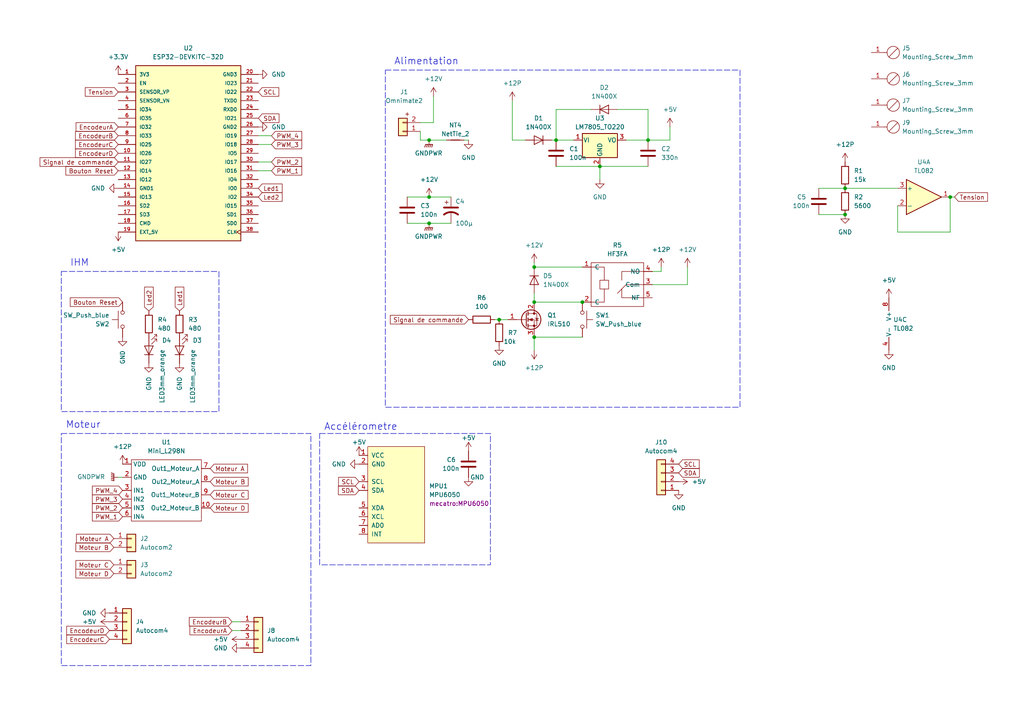
<source format=kicad_sch>
(kicad_sch (version 20230121) (generator eeschema)
  (paper "A4")
  (lib_symbols
    (symbol "LibRelais:HF3FA" (pin_names (offset 1.016))
      (property "Reference" "R" (at 0 0 0))
      (property "Value" "HF3FA" (at 0 2.54 0))
      (symbol "HF3FA_0_1"
        (rectangle (start -7.62 -1.27) (end 7.62 -13.97))
        (rectangle (start -5.08 -6.35) (end -2.54 -8.89))
        (polyline (pts (xy -7.62 -2.54) (xy -3.81 -2.54) (xy -3.81 -6.35)))
        (polyline (pts (xy -3.81 -8.89) (xy -3.81 -12.7) (xy -7.62 -12.7)))
        (polyline (pts (xy 7.62 -11.43) (xy 1.27 -11.43) (xy 1.27 -8.89)))
        (polyline (pts (xy 7.62 -7.62) (xy 2.54 -7.62) (xy 0 -10.16)))
        (polyline (pts (xy 7.62 -3.81) (xy 1.27 -3.81) (xy 1.27 -6.35)))
      )
      (symbol "HF3FA_1_1"
        (pin unspecified line (at -10.16 -2.54 0) (length 2.54) (name "C") (number "1"))
        (pin unspecified line (at -10.16 -12.7 0) (length 2.54) (name "C") (number "2"))
        (pin unspecified line (at 10.16 -7.62 180) (length 2.54) (name "Com") (number "3"))
        (pin unspecified line (at 10.16 -3.81 180) (length 2.54) (name "NO") (number "4"))
        (pin unspecified line (at 10.16 -11.43 180) (length 2.54) (name "NF") (number "5"))
      )
    )
    (symbol "Mini_L298N:Mini_L298N"
      (property "Reference" "U" (at 0 -2.54 0))
      (property "Value" "Mini_L298N" (at 0 0 0))
      (symbol "Mini_L298N_0_1"
        (rectangle (start -8.89 -3.81) (end 11.43 -21.59))
      )
      (symbol "Mini_L298N_1_1"
        (pin power_in line (at -11.43 -5.08 0) (length 2.54) (name "VDD") (number "1"))
        (pin output line (at 13.97 -17.78 180) (length 2.54) (name "Out2_Moteur_B") (number "10"))
        (pin power_in line (at -11.43 -8.89 0) (length 2.54) (name "GND") (number "2"))
        (pin input line (at -11.43 -12.7 0) (length 2.54) (name "IN1") (number "3"))
        (pin input line (at -11.43 -15.24 0) (length 2.54) (name "IN2") (number "4"))
        (pin input line (at -11.43 -17.78 0) (length 2.54) (name "IN3") (number "5"))
        (pin input line (at -11.43 -20.32 0) (length 2.54) (name "IN4") (number "6"))
        (pin output line (at 13.97 -6.35 180) (length 2.54) (name "Out1_Moteur_A") (number "7"))
        (pin output line (at 13.97 -10.16 180) (length 2.54) (name "Out2_Moteur_A") (number "8"))
        (pin output line (at 13.97 -13.97 180) (length 2.54) (name "Out1_Moteur_B") (number "9"))
      )
    )
    (symbol "SymbGamelGe2_v6:1N400X" (pin_numbers hide) (pin_names (offset 1.016) hide)
      (property "Reference" "D" (at 0 2.54 0))
      (property "Value" "1N400X" (at 0 -2.54 0))
      (symbol "1N400X_0_1"
        (polyline (pts (xy -1.27 1.27) (xy -1.27 -1.27)) (stroke (width 0.2032)))
        (polyline (pts (xy 1.27 0) (xy -1.27 0)))
        (polyline (pts (xy 1.27 1.27) (xy 1.27 -1.27) (xy -1.27 0) (xy 1.27 1.27)) (stroke (width 0.2032)))
      )
      (symbol "1N400X_1_1"
        (pin passive line (at -3.81 0 0) (length 2.54) (name "K") (number "1"))
        (pin passive line (at 3.81 0 180) (length 2.54) (name "A") (number "2"))
      )
    )
    (symbol "SymbGamelGe2_v6:Autocom2" (pin_names (offset 1.016) hide)
      (property "Reference" "J" (at 0 2.54 0))
      (property "Value" "Autocom2" (at 0 -5.08 0))
      (symbol "Autocom2_1_1"
        (rectangle (start -1.27 -2.413) (end 0 -2.667) (stroke (width 0.1524)))
        (rectangle (start -1.27 0.127) (end 0 -0.127) (stroke (width 0.1524)))
        (rectangle (start -1.27 1.27) (end 1.27 -3.81) (stroke (width 0.254)) (fill (type background)))
        (pin passive line (at -5.08 0 0) (length 3.81) (name "Pin_1") (number "1"))
        (pin passive line (at -5.08 -2.54 0) (length 3.81) (name "Pin_2") (number "2"))
      )
    )
    (symbol "SymbGamelGe2_v6:Autocom4" (pin_names (offset 1.016) hide)
      (property "Reference" "J" (at 0 5.08 0))
      (property "Value" "Autocom4" (at 0 -7.62 0))
      (symbol "Autocom4_1_1"
        (rectangle (start -1.27 -4.953) (end 0 -5.207) (stroke (width 0.1524)))
        (rectangle (start -1.27 -2.413) (end 0 -2.667) (stroke (width 0.1524)))
        (rectangle (start -1.27 0.127) (end 0 -0.127) (stroke (width 0.1524)))
        (rectangle (start -1.27 2.667) (end 0 2.413) (stroke (width 0.1524)))
        (rectangle (start -1.27 3.81) (end 1.27 -6.35) (stroke (width 0.254)) (fill (type background)))
        (pin passive line (at -5.08 2.54 0) (length 3.81) (name "Pin_1") (number "1"))
        (pin passive line (at -5.08 0 0) (length 3.81) (name "Pin_2") (number "2"))
        (pin passive line (at -5.08 -2.54 0) (length 3.81) (name "Pin_3") (number "3"))
        (pin passive line (at -5.08 -5.08 0) (length 3.81) (name "Pin_4") (number "4"))
      )
    )
    (symbol "SymbGamelGe2_v6:C" (pin_numbers hide) (pin_names (offset 0.254))
      (property "Reference" "C" (at 0.635 2.54 0))
      (property "Value" "C" (at 0.635 -2.54 0))
      (symbol "C_0_1"
        (polyline (pts (xy -2.032 -0.762) (xy 2.032 -0.762)) (stroke (width 0.508)))
        (polyline (pts (xy -2.032 0.762) (xy 2.032 0.762)) (stroke (width 0.508)))
      )
      (symbol "C_1_1"
        (pin passive line (at 0 3.81 270) (length 2.794) (name "~") (number "1"))
        (pin passive line (at 0 -3.81 90) (length 2.794) (name "~") (number "2"))
      )
    )
    (symbol "SymbGamelGe2_v6:Cp" (pin_numbers hide) (pin_names (offset 0.254) hide)
      (property "Reference" "C" (at 0.635 2.54 0))
      (property "Value" "Cp" (at 0.635 -2.54 0))
      (symbol "Cp_0_1"
        (polyline (pts (xy -2.032 0.762) (xy 2.032 0.762)) (stroke (width 0.508)))
        (polyline (pts (xy -1.778 2.286) (xy -0.762 2.286)))
        (polyline (pts (xy -1.27 1.778) (xy -1.27 2.794)))
        (arc (start 2.032 -1.27) (mid 0 -0.5572) (end -2.032 -1.27) (stroke (width 0.508)))
      )
      (symbol "Cp_1_1"
        (pin passive line (at 0 3.81 270) (length 2.794) (name "~") (number "1"))
        (pin passive line (at 0 -3.81 90) (length 3.302) (name "~") (number "2"))
      )
    )
    (symbol "SymbGamelGe2_v6:IRL510" (pin_names (offset 0) hide)
      (property "Reference" "Q" (at 6.35 1.905 0))
      (property "Value" "IRL510" (at 6.35 0 0))
      (symbol "IRL510_0_1"
        (polyline (pts (xy 0.254 0) (xy -2.54 0)))
        (polyline (pts (xy 0.762 -1.778) (xy 2.54 -1.778)))
        (polyline (pts (xy 0.762 -1.27) (xy 0.762 -2.286)) (stroke (width 0.254)))
        (polyline (pts (xy 0.762 0) (xy 2.54 0)))
        (polyline (pts (xy 0.762 0.508) (xy 0.762 -0.508)) (stroke (width 0.254)))
        (polyline (pts (xy 0.762 1.778) (xy 2.54 1.778)))
        (polyline (pts (xy 0.762 2.286) (xy 0.762 1.27)) (stroke (width 0.254)))
        (polyline (pts (xy 2.54 -1.778) (xy 2.54 -2.54)))
        (polyline (pts (xy 2.54 -1.778) (xy 2.54 0)))
        (polyline (pts (xy 2.54 2.54) (xy 2.54 1.778)))
        (polyline (pts (xy 0.254 1.905) (xy 0.254 -1.905) (xy 0.254 -1.905)) (stroke (width 0.254)))
        (polyline (pts (xy 1.016 0) (xy 2.032 0.381) (xy 2.032 -0.381) (xy 1.016 0)) (fill (type outline)))
        (polyline (pts (xy 2.54 -1.778) (xy 3.302 -1.778) (xy 3.302 1.778) (xy 2.54 1.778)))
        (polyline (pts (xy 2.794 0.508) (xy 2.921 0.381) (xy 3.683 0.381) (xy 3.81 0.254)))
        (polyline (pts (xy 3.302 0.381) (xy 2.921 -0.254) (xy 3.683 -0.254) (xy 3.302 0.381)))
        (circle (center 1.651 0) (radius 2.8194) (stroke (width 0.254)))
        (circle (center 2.54 -1.778) (radius 0.2794) (fill (type outline)))
        (circle (center 2.54 1.778) (radius 0.2794) (fill (type outline)))
      )
      (symbol "IRL510_1_1"
        (pin input line (at -5.08 0 0) (length 2.54) (name "G") (number "1"))
        (pin passive line (at 2.54 5.08 270) (length 2.54) (name "D") (number "2"))
        (pin passive line (at 2.54 -5.08 90) (length 2.54) (name "S") (number "3"))
      )
    )
    (symbol "SymbGamelGe2_v6:LED3mm_orange" (pin_numbers hide) (pin_names (offset 1.016) hide)
      (property "Reference" "D" (at 0 2.54 0))
      (property "Value" "LED3mm_orange" (at -1.27 -2.54 0))
      (symbol "LED3mm_orange_0_1"
        (polyline (pts (xy -1.27 -1.27) (xy -1.27 1.27)) (stroke (width 0.2032)))
        (polyline (pts (xy -1.27 0) (xy 1.27 0)))
        (polyline (pts (xy 1.27 -1.27) (xy 1.27 1.27) (xy -1.27 0) (xy 1.27 -1.27)) (stroke (width 0.2032)))
        (polyline (pts (xy 1.778 -0.762) (xy 3.302 -2.286) (xy 2.54 -2.286) (xy 3.302 -2.286) (xy 3.302 -1.524)))
        (polyline (pts (xy 3.048 -0.762) (xy 4.572 -2.286) (xy 3.81 -2.286) (xy 4.572 -2.286) (xy 4.572 -1.524)))
      )
      (symbol "LED3mm_orange_1_1"
        (pin passive line (at -3.81 0 0) (length 2.54) (name "K") (number "1"))
        (pin passive line (at 3.81 0 180) (length 2.54) (name "A") (number "2"))
      )
    )
    (symbol "SymbGamelGe2_v6:LM7805_TO220" (pin_names (offset 0.254))
      (property "Reference" "U" (at -3.81 3.175 0))
      (property "Value" "LM7805_TO220" (at 0 3.175 0))
      (symbol "LM7805_TO220_0_1"
        (rectangle (start -5.08 1.905) (end 5.08 -5.08) (stroke (width 0.254)) (fill (type background)))
      )
      (symbol "LM7805_TO220_1_1"
        (pin power_in line (at -7.62 0 0) (length 2.54) (name "VI") (number "1"))
        (pin power_in line (at 0 -7.62 90) (length 2.54) (name "GND") (number "2"))
        (pin power_out line (at 7.62 0 180) (length 2.54) (name "VO") (number "3"))
      )
    )
    (symbol "SymbGamelGe2_v6:Mounting_Screw_3mm" (pin_names (offset 1.016) hide)
      (property "Reference" "J" (at 0 2.54 0))
      (property "Value" "Mounting_Screw_3mm" (at 1.27 -2.54 0))
      (symbol "Mounting_Screw_3mm_0_1"
        (polyline (pts (xy 0 -1.27) (xy 2.54 1.27)))
        (circle (center 1.27 0) (radius 1.8034))
      )
      (symbol "Mounting_Screw_3mm_1_1"
        (polyline (pts (xy -1.27 0) (xy -0.508 0)) (stroke (width 0.1524)))
        (pin passive line (at -5.08 0 0) (length 3.81) (name "Pin_1") (number "1"))
      )
    )
    (symbol "SymbGamelGe2_v6:Omnimate2" (pin_names (offset 1.016) hide)
      (property "Reference" "J" (at -1.27 2.54 0))
      (property "Value" "Omnimate2" (at 0 -5.08 0))
      (symbol "Omnimate2_0_0"
        (text "+" (at 1.27 2.54 0) (effects (font (size 1.27 1.27))))
      )
      (symbol "Omnimate2_1_1"
        (rectangle (start -1.27 1.27) (end 1.27 -3.81) (stroke (width 0.254)) (fill (type background)))
        (rectangle (start 0 -2.413) (end 1.27 -2.667) (stroke (width 0.1524)))
        (rectangle (start 0 0.127) (end 1.27 -0.127) (stroke (width 0.1524)))
        (pin passive line (at 5.08 -2.54 180) (length 3.81) (name "Pin_1") (number "1"))
        (pin passive line (at 5.08 0 180) (length 3.81) (name "Pin_2") (number "2"))
      )
    )
    (symbol "SymbGamelGe2_v6:R" (pin_numbers hide) (pin_names (offset 0))
      (property "Reference" "R" (at 2.032 0 90))
      (property "Value" "R" (at 0 0 90))
      (symbol "R_0_1"
        (rectangle (start -1.016 -2.54) (end 1.016 2.54) (stroke (width 0.254)))
      )
      (symbol "R_1_1"
        (pin passive line (at 0 3.81 270) (length 1.27) (name "~") (number "1"))
        (pin passive line (at 0 -3.81 90) (length 1.27) (name "~") (number "2"))
      )
    )
    (symbol "SymbGamelGe2_v6:SW_Push_blue" (pin_numbers hide) (pin_names (offset 1.016) hide)
      (property "Reference" "SW" (at 1.27 2.54 0))
      (property "Value" "SW_Push_blue" (at 0 -1.524 0))
      (symbol "SW_Push_blue_0_1"
        (circle (center -2.032 0) (radius 0.508))
        (polyline (pts (xy 0 1.27) (xy 0 3.048)))
        (polyline (pts (xy 2.54 1.27) (xy -2.54 1.27)))
        (circle (center 2.032 0) (radius 0.508))
        (pin passive line (at -5.08 0 0) (length 2.54) (name "1") (number "1"))
        (pin passive line (at 5.08 0 180) (length 2.54) (name "2") (number "2"))
      )
    )
    (symbol "SymbGamelGe2_v6:TL082" (pin_names (offset 0.127))
      (property "Reference" "U" (at 0 5.08 0))
      (property "Value" "TL082" (at 0 -5.08 0))
      (symbol "TL082_1_1"
        (polyline (pts (xy -5.08 5.08) (xy 5.08 0) (xy -5.08 -5.08) (xy -5.08 5.08)) (stroke (width 0.254)) (fill (type background)))
        (pin output line (at 7.62 0 180) (length 2.54) (name "~") (number "1"))
        (pin input line (at -7.62 -2.54 0) (length 2.54) (name "-") (number "2"))
        (pin input line (at -7.62 2.54 0) (length 2.54) (name "+") (number "3"))
      )
      (symbol "TL082_2_1"
        (polyline (pts (xy -5.08 5.08) (xy 5.08 0) (xy -5.08 -5.08) (xy -5.08 5.08)) (stroke (width 0.254)) (fill (type background)))
        (pin input line (at -7.62 2.54 0) (length 2.54) (name "+") (number "5"))
        (pin input line (at -7.62 -2.54 0) (length 2.54) (name "-") (number "6"))
        (pin output line (at 7.62 0 180) (length 2.54) (name "~") (number "7"))
      )
      (symbol "TL082_3_1"
        (pin power_in line (at -2.54 -7.62 90) (length 3.81) (name "V-") (number "4"))
        (pin power_in line (at -2.54 7.62 270) (length 3.81) (name "V+") (number "8"))
      )
    )
    (symbol "mecatro:ESP32-DEVKITC-32D" (pin_names (offset 1.016))
      (property "Reference" "U" (at -15.2654 26.0604 0))
      (property "Value" "ESP32-DEVKITC-32D" (at -15.2654 -27.9654 0))
      (symbol "ESP32-DEVKITC-32D_0_0"
        (rectangle (start -15.24 -25.4) (end 15.24 25.4) (stroke (width 0.254)) (fill (type background)))
        (pin power_in line (at -20.32 22.86 0) (length 5.08) (name "3V3") (number "1"))
        (pin bidirectional line (at -20.32 0 0) (length 5.08) (name "IO26") (number "10"))
        (pin bidirectional line (at -20.32 -2.54 0) (length 5.08) (name "IO27") (number "11"))
        (pin bidirectional line (at -20.32 -5.08 0) (length 5.08) (name "IO14") (number "12"))
        (pin bidirectional line (at -20.32 -7.62 0) (length 5.08) (name "IO12") (number "13"))
        (pin power_in line (at -20.32 -10.16 0) (length 5.08) (name "GND1") (number "14"))
        (pin bidirectional line (at -20.32 -12.7 0) (length 5.08) (name "IO13") (number "15"))
        (pin bidirectional line (at -20.32 -15.24 0) (length 5.08) (name "SD2") (number "16"))
        (pin bidirectional line (at -20.32 -17.78 0) (length 5.08) (name "SD3") (number "17"))
        (pin bidirectional line (at -20.32 -20.32 0) (length 5.08) (name "CMD") (number "18"))
        (pin power_in line (at -20.32 -22.86 0) (length 5.08) (name "EXT_5V") (number "19"))
        (pin input line (at -20.32 20.32 0) (length 5.08) (name "EN") (number "2"))
        (pin power_in line (at 20.32 22.86 180) (length 5.08) (name "GND3") (number "20"))
        (pin bidirectional line (at 20.32 20.32 180) (length 5.08) (name "IO23") (number "21"))
        (pin bidirectional line (at 20.32 17.78 180) (length 5.08) (name "IO22") (number "22"))
        (pin output line (at 20.32 15.24 180) (length 5.08) (name "TXD0") (number "23"))
        (pin input line (at 20.32 12.7 180) (length 5.08) (name "RXD0") (number "24"))
        (pin bidirectional line (at 20.32 10.16 180) (length 5.08) (name "IO21") (number "25"))
        (pin power_in line (at 20.32 7.62 180) (length 5.08) (name "GND2") (number "26"))
        (pin bidirectional line (at 20.32 5.08 180) (length 5.08) (name "IO19") (number "27"))
        (pin bidirectional line (at 20.32 2.54 180) (length 5.08) (name "IO18") (number "28"))
        (pin bidirectional line (at 20.32 0 180) (length 5.08) (name "IO5") (number "29"))
        (pin input line (at -20.32 17.78 0) (length 5.08) (name "SENSOR_VP") (number "3"))
        (pin bidirectional line (at 20.32 -2.54 180) (length 5.08) (name "IO17") (number "30"))
        (pin bidirectional line (at 20.32 -5.08 180) (length 5.08) (name "IO16") (number "31"))
        (pin bidirectional line (at 20.32 -7.62 180) (length 5.08) (name "IO4") (number "32"))
        (pin bidirectional line (at 20.32 -10.16 180) (length 5.08) (name "IO0") (number "33"))
        (pin bidirectional line (at 20.32 -12.7 180) (length 5.08) (name "IO2") (number "34"))
        (pin bidirectional line (at 20.32 -15.24 180) (length 5.08) (name "IO15") (number "35"))
        (pin bidirectional line (at 20.32 -17.78 180) (length 5.08) (name "SD1") (number "36"))
        (pin bidirectional line (at 20.32 -20.32 180) (length 5.08) (name "SD0") (number "37"))
        (pin input clock (at 20.32 -22.86 180) (length 5.08) (name "CLK") (number "38"))
        (pin input line (at -20.32 15.24 0) (length 5.08) (name "SENSOR_VN") (number "4"))
        (pin bidirectional line (at -20.32 12.7 0) (length 5.08) (name "IO34") (number "5"))
        (pin bidirectional line (at -20.32 10.16 0) (length 5.08) (name "IO35") (number "6"))
        (pin bidirectional line (at -20.32 7.62 0) (length 5.08) (name "IO32") (number "7"))
        (pin bidirectional line (at -20.32 5.08 0) (length 5.08) (name "IO33") (number "8"))
        (pin bidirectional line (at -20.32 2.54 0) (length 5.08) (name "IO25") (number "9"))
      )
    )
    (symbol "mecatro:MPU6050" (pin_names (offset 1.016))
      (property "Reference" "MPU" (at 11.43 -27.94 0))
      (property "Value" "MPU6050" (at 10.16 5.08 0))
      (property "Footprint" "mecatro:MPU6050" (at 10.414 6.985 0))
      (symbol "MPU6050_0_1"
        (rectangle (start 2.54 2.54) (end 19.05 -25.4) (fill (type background)))
      )
      (symbol "MPU6050_1_1"
        (pin power_in line (at 0 0 0) (length 2.54) (name "VCC") (number "1"))
        (pin power_out line (at 0 -2.54 0) (length 2.54) (name "GND") (number "2"))
        (pin input line (at 0 -7.62 0) (length 2.54) (name "SCL") (number "3"))
        (pin bidirectional line (at 0 -10.16 0) (length 2.54) (name "SDA") (number "4"))
        (pin bidirectional line (at 0 -15.24 0) (length 2.54) (name "XDA") (number "5"))
        (pin output line (at 0 -17.78 0) (length 2.54) (name "XCL") (number "6"))
        (pin input line (at 0 -20.32 0) (length 2.54) (name "AD0") (number "7"))
        (pin output line (at 0 -22.86 0) (length 2.54) (name "INT") (number "8"))
      )
    )
    (symbol "mecatro:NetTie_2" (pin_numbers hide) (pin_names (offset 0) hide) (in_bom no)
      (property "Reference" "NT" (at 0 1.27 0))
      (property "Value" "NetTie_2" (at 0 -1.27 0))
      (symbol "NetTie_2_0_1"
        (polyline (pts (xy -1.27 0) (xy 1.27 0)) (stroke (width 0.254)))
      )
      (symbol "NetTie_2_1_1"
        (pin passive line (at -2.54 0 0) (length 2.54) (name "1") (number "1"))
        (pin passive line (at 2.54 0 180) (length 2.54) (name "2") (number "2"))
      )
    )
    (symbol "power:+12P" (power) (pin_names (offset 0))
      (property "Value" "+12P" (at 0 3.556 0))
      (symbol "+12P_0_1"
        (polyline (pts (xy -0.762 1.27) (xy 0 2.54)))
        (polyline (pts (xy 0 0) (xy 0 2.54)))
        (polyline (pts (xy 0 2.54) (xy 0.762 1.27)))
      )
      (symbol "+12P_1_1"
        (pin power_in line (at 0 0 90) (length 0) hide (name "+12P") (number "1"))
      )
    )
    (symbol "power:+12V" (power) (pin_names (offset 0))
      (property "Value" "+12V" (at 0 3.556 0))
      (symbol "+12V_0_1"
        (polyline (pts (xy -0.762 1.27) (xy 0 2.54)))
        (polyline (pts (xy 0 0) (xy 0 2.54)))
        (polyline (pts (xy 0 2.54) (xy 0.762 1.27)))
      )
      (symbol "+12V_1_1"
        (pin power_in line (at 0 0 90) (length 0) hide (name "+12V") (number "1"))
      )
    )
    (symbol "power:+3.3V" (power) (pin_names (offset 0))
      (property "Value" "+3.3V" (at 0 3.556 0))
      (symbol "+3.3V_0_1"
        (polyline (pts (xy -0.762 1.27) (xy 0 2.54)))
        (polyline (pts (xy 0 0) (xy 0 2.54)))
        (polyline (pts (xy 0 2.54) (xy 0.762 1.27)))
      )
      (symbol "+3.3V_1_1"
        (pin power_in line (at 0 0 90) (length 0) hide (name "+3.3V") (number "1"))
      )
    )
    (symbol "power:+5V" (power) (pin_names (offset 0))
      (property "Value" "+5V" (at 0 3.556 0))
      (symbol "+5V_0_1"
        (polyline (pts (xy -0.762 1.27) (xy 0 2.54)))
        (polyline (pts (xy 0 0) (xy 0 2.54)))
        (polyline (pts (xy 0 2.54) (xy 0.762 1.27)))
      )
      (symbol "+5V_1_1"
        (pin power_in line (at 0 0 90) (length 0) hide (name "+5V") (number "1"))
      )
    )
    (symbol "power:GND" (power) (pin_names (offset 0))
      (property "Value" "GND" (at 0 -3.81 0))
      (symbol "GND_0_1"
        (polyline (pts (xy 0 0) (xy 0 -1.27) (xy 1.27 -1.27) (xy 0 -2.54) (xy -1.27 -1.27) (xy 0 -1.27)))
      )
      (symbol "GND_1_1"
        (pin power_in line (at 0 0 270) (length 0) hide (name "GND") (number "1"))
      )
    )
    (symbol "power:GNDPWR" (power) (pin_names (offset 0))
      (property "Value" "GNDPWR" (at 0 -3.302 0))
      (symbol "GNDPWR_0_1"
        (polyline (pts (xy 0 -1.27) (xy 0 0)))
        (polyline (pts (xy -1.016 -1.27) (xy -1.27 -2.032) (xy -1.27 -2.032)) (stroke (width 0.2032)))
        (polyline (pts (xy -0.508 -1.27) (xy -0.762 -2.032) (xy -0.762 -2.032)) (stroke (width 0.2032)))
        (polyline (pts (xy 0 -1.27) (xy -0.254 -2.032) (xy -0.254 -2.032)) (stroke (width 0.2032)))
        (polyline (pts (xy 0.508 -1.27) (xy 0.254 -2.032) (xy 0.254 -2.032)) (stroke (width 0.2032)))
        (polyline (pts (xy 1.016 -1.27) (xy -1.016 -1.27) (xy -1.016 -1.27)) (stroke (width 0.2032)))
        (polyline (pts (xy 1.016 -1.27) (xy 0.762 -2.032) (xy 0.762 -2.032) (xy 0.762 -2.032)) (stroke (width 0.2032)))
      )
      (symbol "GNDPWR_1_1"
        (pin power_in line (at 0 0 270) (length 0) hide (name "GNDPWR") (number "1"))
      )
    )
  )
  (junction (at 173.99 48.26))
  (junction (at 154.94 97.79))
  (junction (at 168.91 87.63))
  (junction (at 124.46 64.77))
  (junction (at 124.46 40.64))
  (junction (at 245.11 62.23))
  (junction (at 245.11 54.61))
  (junction (at 187.96 40.64))
  (junction (at 144.78 92.71))
  (junction (at 275.59 57.15))
  (junction (at 154.94 77.47))
  (junction (at 124.46 57.15))
  (junction (at 161.29 40.64))
  (junction (at 154.94 87.63))
  (wire (pts (xy 171.45 31.75) (xy 161.29 31.75)))
  (wire (pts (xy 121.92 35.56) (xy 125.73 35.56)))
  (wire (pts (xy 237.49 62.23) (xy 245.11 62.23)))
  (wire (pts (xy 148.59 29.21) (xy 148.59 40.64)))
  (wire (pts (xy 275.59 67.31) (xy 260.35 67.31)))
  (wire (pts (xy 118.11 64.77) (xy 124.46 64.77)))
  (wire (pts (xy 276.86 57.15) (xy 275.59 57.15)))
  (wire (pts (xy 191.77 77.47) (xy 191.77 78.74)))
  (wire (pts (xy 154.94 87.63) (xy 168.91 87.63)))
  (wire (pts (xy 124.46 64.77) (xy 130.81 64.77)))
  (wire (pts (xy 173.99 48.26) (xy 187.96 48.26)))
  (wire (pts (xy 121.92 38.1) (xy 121.92 40.64)))
  (wire (pts (xy 237.49 54.61) (xy 245.11 54.61)))
  (wire (pts (xy 160.02 40.64) (xy 161.29 40.64)))
  (wire (pts (xy 181.61 40.64) (xy 187.96 40.64)))
  (wire (pts (xy 194.31 36.83) (xy 194.31 40.64)))
  (wire (pts (xy 161.29 48.26) (xy 173.99 48.26)))
  (wire (pts (xy 154.94 97.79) (xy 154.94 101.6)))
  (wire (pts (xy 124.46 57.15) (xy 130.81 57.15)))
  (wire (pts (xy 125.73 27.94) (xy 125.73 35.56)))
  (wire (pts (xy 189.23 78.74) (xy 191.77 78.74)))
  (wire (pts (xy 154.94 76.2) (xy 154.94 77.47)))
  (wire (pts (xy 67.31 182.88) (xy 69.85 182.88)))
  (wire (pts (xy 179.07 31.75) (xy 187.96 31.75)))
  (wire (pts (xy 143.51 92.71) (xy 144.78 92.71)))
  (wire (pts (xy 121.92 40.64) (xy 124.46 40.64)))
  (wire (pts (xy 199.39 82.55) (xy 189.23 82.55)))
  (wire (pts (xy 78.74 46.99) (xy 74.93 46.99)))
  (wire (pts (xy 168.91 97.79) (xy 154.94 97.79)))
  (wire (pts (xy 135.89 40.64) (xy 134.62 40.64)))
  (wire (pts (xy 161.29 40.64) (xy 166.37 40.64)))
  (wire (pts (xy 118.11 57.15) (xy 124.46 57.15)))
  (wire (pts (xy 194.31 40.64) (xy 187.96 40.64)))
  (wire (pts (xy 187.96 31.75) (xy 187.96 40.64)))
  (wire (pts (xy 78.74 39.37) (xy 74.93 39.37)))
  (wire (pts (xy 154.94 77.47) (xy 168.91 77.47)))
  (wire (pts (xy 199.39 77.47) (xy 199.39 82.55)))
  (wire (pts (xy 148.59 40.64) (xy 152.4 40.64)))
  (wire (pts (xy 173.99 48.26) (xy 173.99 52.07)))
  (wire (pts (xy 260.35 59.69) (xy 260.35 67.31)))
  (wire (pts (xy 78.74 41.91) (xy 74.93 41.91)))
  (wire (pts (xy 78.74 49.53) (xy 74.93 49.53)))
  (wire (pts (xy 161.29 31.75) (xy 161.29 40.64)))
  (wire (pts (xy 275.59 57.15) (xy 275.59 67.31)))
  (wire (pts (xy 260.35 54.61) (xy 245.11 54.61)))
  (wire (pts (xy 147.32 92.71) (xy 144.78 92.71)))
  (wire (pts (xy 154.94 85.09) (xy 154.94 87.63)))
  (wire (pts (xy 34.29 138.43) (xy 35.56 138.43)))
  (wire (pts (xy 124.46 40.64) (xy 129.54 40.64)))
  (wire (pts (xy 67.31 180.34) (xy 69.85 180.34)))
  (rectangle (start 17.78 78.74) (end 63.5 119.38) (stroke (width 0) (type dash)))
  (rectangle (start 111.76 20.32) (end 214.63 118.11) (stroke (width 0) (type dash)))
  (rectangle (start 17.78 125.73) (end 90.17 193.04) (stroke (width 0) (type dash)))
  (rectangle (start 92.71 125.73) (end 142.24 163.83) (stroke (width 0) (type dash)))
  (text "Moteur\n" (at 19.05 124.46 0) (effects (font (size 2 2)) (justify left bottom)))
  (text "IHM\n" (at 20.32 77.47 0) (effects (font (size 2 2)) (justify left bottom)))
  (text "Alimentation\n" (at 114.3 19.05 0) (effects (font (size 2 2)) (justify left bottom)))
  (text "Accélérometre\n\n" (at 93.98 128.27 0) (effects (font (size 2 2)) (justify left bottom)))
  (global_label "Bouton Reset" (shape input) (at 35.56 87.63 180) (property "Intersheetrefs" "${INTERSHEET_REFS}" (effects hide)))
  (global_label "Signal de commande" (shape input) (at 34.29 46.99 180) (property "Intersheetrefs" "${INTERSHEET_REFS}" (effects hide)))
  (global_label "PWM_2" (shape input) (at 35.56 147.32 180) (property "Intersheetrefs" "${INTERSHEET_REFS}" (effects hide)))
  (global_label "EncodeurC" (shape input) (at 34.29 41.91 180) (property "Intersheetrefs" "${INTERSHEET_REFS}" (effects hide)))
  (global_label "EncodeurB" (shape input) (at 67.31 180.34 180) (property "Intersheetrefs" "${INTERSHEET_REFS}" (effects hide)))
  (global_label "PWM_3" (shape input) (at 78.74 41.91 0) (property "Intersheetrefs" "${INTERSHEET_REFS}" (effects hide)))
  (global_label "Bouton Reset" (shape input) (at 34.29 49.53 180) (property "Intersheetrefs" "${INTERSHEET_REFS}" (effects hide)))
  (global_label "EncodeurD" (shape input) (at 34.29 44.45 180) (property "Intersheetrefs" "${INTERSHEET_REFS}" (effects hide)))
  (global_label "SCL" (shape input) (at 74.93 26.67 0) (property "Intersheetrefs" "${INTERSHEET_REFS}" (effects hide)))
  (global_label "Moteur B" (shape input) (at 33.02 158.75 180) (property "Intersheetrefs" "${INTERSHEET_REFS}" (effects hide)))
  (global_label "Led2" (shape input) (at 74.93 57.15 0) (property "Intersheetrefs" "${INTERSHEET_REFS}" (effects hide)))
  (global_label "PWM_1" (shape input) (at 35.56 149.86 180) (property "Intersheetrefs" "${INTERSHEET_REFS}" (effects hide)))
  (global_label "EncodeurD" (shape input) (at 31.75 182.88 180) (property "Intersheetrefs" "${INTERSHEET_REFS}" (effects hide)))
  (global_label "Moteur A" (shape input) (at 60.96 135.89 0) (property "Intersheetrefs" "${INTERSHEET_REFS}" (effects hide)))
  (global_label "Signal de commande" (shape input) (at 135.89 92.71 180) (property "Intersheetrefs" "${INTERSHEET_REFS}" (effects hide)))
  (global_label "Moteur D" (shape input) (at 33.02 166.37 180) (property "Intersheetrefs" "${INTERSHEET_REFS}" (effects hide)))
  (global_label "SCL" (shape input) (at 196.85 134.62 0) (property "Intersheetrefs" "${INTERSHEET_REFS}" (effects hide)))
  (global_label "PWM_3" (shape input) (at 35.56 144.78 180) (property "Intersheetrefs" "${INTERSHEET_REFS}" (effects hide)))
  (global_label "EncodeurA" (shape input) (at 67.31 182.88 180) (property "Intersheetrefs" "${INTERSHEET_REFS}" (effects hide)))
  (global_label "Moteur C" (shape input) (at 60.96 143.51 0) (property "Intersheetrefs" "${INTERSHEET_REFS}" (effects hide)))
  (global_label "Led1" (shape input) (at 74.93 54.61 0) (property "Intersheetrefs" "${INTERSHEET_REFS}" (effects hide)))
  (global_label "Moteur A" (shape input) (at 33.02 156.21 180) (property "Intersheetrefs" "${INTERSHEET_REFS}" (effects hide)))
  (global_label "Tension" (shape input) (at 276.86 57.15 0) (property "Intersheetrefs" "${INTERSHEET_REFS}" (effects hide)))
  (global_label "EncodeurB" (shape input) (at 34.29 39.37 180) (property "Intersheetrefs" "${INTERSHEET_REFS}" (effects hide)))
  (global_label "PWM_2" (shape input) (at 78.74 46.99 0) (property "Intersheetrefs" "${INTERSHEET_REFS}" (effects hide)))
  (global_label "EncodeurC" (shape input) (at 31.75 185.42 180) (property "Intersheetrefs" "${INTERSHEET_REFS}" (effects hide)))
  (global_label "Led1" (shape input) (at 52.07 90.17 90) (property "Intersheetrefs" "${INTERSHEET_REFS}" (effects hide)))
  (global_label "Moteur D" (shape input) (at 60.96 147.32 0) (property "Intersheetrefs" "${INTERSHEET_REFS}" (effects hide)))
  (global_label "Moteur C" (shape input) (at 33.02 163.83 180) (property "Intersheetrefs" "${INTERSHEET_REFS}" (effects hide)))
  (global_label "SDA" (shape input) (at 196.85 137.16 0) (property "Intersheetrefs" "${INTERSHEET_REFS}" (effects hide)))
  (global_label "Led2" (shape input) (at 43.18 90.17 90) (property "Intersheetrefs" "${INTERSHEET_REFS}" (effects hide)))
  (global_label "PWM_4" (shape input) (at 78.74 39.37 0) (property "Intersheetrefs" "${INTERSHEET_REFS}" (effects hide)))
  (global_label "PWM_1" (shape input) (at 78.74 49.53 0) (property "Intersheetrefs" "${INTERSHEET_REFS}" (effects hide)))
  (global_label "SDA" (shape input) (at 74.93 34.29 0) (property "Intersheetrefs" "${INTERSHEET_REFS}" (effects hide)))
  (global_label "SCL" (shape input) (at 104.14 139.7 180) (property "Intersheetrefs" "${INTERSHEET_REFS}" (effects hide)))
  (global_label "PWM_4" (shape input) (at 35.56 142.24 180) (property "Intersheetrefs" "${INTERSHEET_REFS}" (effects hide)))
  (global_label "Moteur B" (shape input) (at 60.96 139.7 0) (property "Intersheetrefs" "${INTERSHEET_REFS}" (effects hide)))
  (global_label "SDA" (shape input) (at 104.14 142.24 180) (property "Intersheetrefs" "${INTERSHEET_REFS}" (effects hide)))
  (global_label "Tension" (shape input) (at 34.29 26.67 180) (property "Intersheetrefs" "${INTERSHEET_REFS}" (effects hide)))
  (global_label "EncodeurA" (shape input) (at 34.29 36.83 180) (property "Intersheetrefs" "${INTERSHEET_REFS}" (effects hide)))
  (symbol (lib_id "power:GND") (at 135.89 40.64 0) (unit 1)
    (property "Reference" "#PWR013" (effects hide))
    (property "Value" "GND" (at 135.89 45.72 0))
  )
  (symbol (lib_id "SymbGamelGe2_v6:Autocom4") (at 191.77 139.7 180) (unit 1)
    (property "Reference" "J10" (at 191.77 128.27 0))
    (property "Value" "Autocom4" (at 191.77 130.81 0))
    (property "Footprint" "Connector_PinHeader_2.00mm:PinHeader_1x04_P2.00mm_Vertical" (effects hide))
  )
  (symbol (lib_id "power:GND") (at 135.89 138.43 0) (unit 1)
    (property "Reference" "#PWR022" (effects hide))
    (property "Value" "GND" (at 138.43 138.43 0))
  )
  (symbol (lib_id "SymbGamelGe2_v6:Omnimate2") (at 116.84 35.56 0) (unit 1)
    (property "Reference" "J1" (at 117.2252 26.67 0))
    (property "Value" "Omnimate2" (at 117.2252 29.21 0))
    (property "Footprint" "FootprintGamelGe2_v6:OmnimateSL-5,08_1x02_P5.08mm_Vertical" (effects hide))
  )
  (symbol (lib_id "power:GND") (at 69.85 187.96 270) (unit 1)
    (property "Reference" "#PWR031" (effects hide))
    (property "Value" "GND" (at 66.04 187.96 90) (effects (justify right)))
  )
  (symbol (lib_id "SymbGamelGe2_v6:LM7805_TO220") (at 173.99 40.64 0) (unit 1)
    (property "Reference" "U3" (at 173.99 34.29 0))
    (property "Value" "LM7805_TO220" (at 173.99 36.83 0))
    (property "Footprint" "FootprintGamelGe2_v6:TO-220-3_Horizontal_TabDown" (effects hide))
    (property "Datasheet" "http://www.fairchildsemi.com/ds/LM/LM7805.pdf" (effects hide))
  )
  (symbol (lib_id "power:+12V") (at 125.73 27.94 0) (unit 1)
    (property "Reference" "#PWR012" (effects hide))
    (property "Value" "+12V" (at 125.73 22.86 0))
  )
  (symbol (lib_id "power:+5V") (at 34.29 67.31 180) (unit 1)
    (property "Reference" "#PWR02" (effects hide))
    (property "Value" "+5V" (at 34.29 72.39 0))
  )
  (symbol (lib_id "power:GND") (at 257.81 101.6 0) (unit 1)
    (property "Reference" "#PWR034" (effects hide))
    (property "Value" "GND" (at 257.81 106.68 0))
  )
  (symbol (lib_id "SymbGamelGe2_v6:Mounting_Screw_3mm") (at 257.81 30.48 0) (unit 1)
    (property "Reference" "J7" (at 261.62 29.21 0) (effects (justify left)))
    (property "Value" "Mounting_Screw_3mm" (at 261.62 31.75 0) (effects (justify left)))
    (property "Footprint" "FootprintGamelGe2_v6:Mounting_Screw_3mm" (effects hide))
  )
  (symbol (lib_id "SymbGamelGe2_v6:R") (at 43.18 93.98 0) (unit 1)
    (property "Reference" "R4" (at 45.72 92.71 0) (effects (justify left)))
    (property "Value" "480" (at 45.72 95.25 0) (effects (justify left)))
    (property "Footprint" "FootprintGamelGe2_v6:R_Axial_DIN0207_L6.3mm_D2.5mm_P10.16mm_Horizontal" (effects hide))
  )
  (symbol (lib_id "SymbGamelGe2_v6:Cp") (at 130.81 60.96 0) (unit 1)
    (property "Reference" "C4" (at 132.08 58.42 0) (effects (justify left)))
    (property "Value" "100µ" (at 132.08 64.77 0) (effects (justify left)))
    (property "Footprint" "FootprintGamelGe2_v6:CP_Radial_D10.0mm_P5.00mm" (effects hide))
  )
  (symbol (lib_id "power:+12P") (at 35.56 134.62 0) (unit 1)
    (property "Reference" "#PWR08" (effects hide))
    (property "Value" "+12P" (at 35.56 129.54 0))
  )
  (symbol (lib_id "power:+5V") (at 104.14 132.08 0) (unit 1)
    (property "Reference" "#PWR017" (effects hide))
    (property "Value" "+5V" (at 104.14 128.27 0))
  )
  (symbol (lib_id "power:GND") (at 52.07 105.41 0) (unit 1)
    (property "Reference" "#PWR05" (effects hide))
    (property "Value" "GND" (at 52.07 109.22 90) (effects (justify right)))
  )
  (symbol (lib_id "power:GND") (at 34.29 54.61 270) (unit 1)
    (property "Reference" "#PWR04" (effects hide))
    (property "Value" "GND" (at 30.48 54.61 90) (effects (justify right)))
  )
  (symbol (lib_id "SymbGamelGe2_v6:TL082") (at 267.97 57.15 0) (unit 1)
    (property "Reference" "U4" (at 267.97 46.99 0))
    (property "Value" "TL082" (at 267.97 49.53 0))
    (property "Footprint" "FootprintGamelGe2_v6:DIP-8_W7.62mm_LongPads" (effects hide))
  )
  (symbol (lib_id "SymbGamelGe2_v6:Mounting_Screw_3mm") (at 257.81 36.83 0) (unit 1)
    (property "Reference" "J9" (at 261.62 35.56 0) (effects (justify left)))
    (property "Value" "Mounting_Screw_3mm" (at 261.62 38.1 0) (effects (justify left)))
    (property "Footprint" "FootprintGamelGe2_v6:Mounting_Screw_3mm" (effects hide))
  )
  (symbol (lib_id "power:+5V") (at 69.85 185.42 90) (unit 1)
    (property "Reference" "#PWR025" (effects hide))
    (property "Value" "+5V" (at 66.04 185.42 90) (effects (justify left)))
  )
  (symbol (lib_id "mecatro:ESP32-DEVKITC-32D") (at 54.61 44.45 0) (unit 1)
    (property "Reference" "U2" (at 54.61 13.97 0))
    (property "Value" "ESP32-DEVKITC-32D" (at 54.61 16.51 0))
    (property "Footprint" "mecatro:MODULE_ESP32-DEVKITC-32D" (effects hide))
    (property "PARTREV" "4" (effects hide))
    (property "MANUFACTURER" "Espressif Systems" (effects hide))
  )
  (symbol (lib_id "mecatro:MPU6050") (at 104.14 132.08 0) (unit 1)
    (property "Reference" "MPU1" (at 124.46 140.97 0) (effects (justify left)))
    (property "Value" "MPU6050" (at 124.46 143.51 0) (effects (justify left)))
    (property "Footprint" "mecatro:MPU6050" (at 124.46 146.05 0) (effects (justify left)))
    (property "Datasheet" "https://drive.google.com/drive/folders/10Sz3XafcpIZpqMBvJWfH-nXdlGFyXtDA" (effects hide))
  )
  (symbol (lib_id "power:+12V") (at 124.46 57.15 0) (unit 1)
    (property "Reference" "#PWR023" (effects hide))
    (property "Value" "+12V" (at 124.46 52.07 0))
  )
  (symbol (lib_id "SymbGamelGe2_v6:Autocom4") (at 74.93 182.88 0) (unit 1)
    (property "Reference" "J8" (at 77.47 182.88 0) (effects (justify left)))
    (property "Value" "Autocom4" (at 77.47 185.42 0) (effects (justify left)))
    (property "Footprint" "FootprintGamelGe2_v6:Autocom4" (effects hide))
  )
  (symbol (lib_id "SymbGamelGe2_v6:Autocom2") (at 38.1 156.21 0) (unit 1)
    (property "Reference" "J2" (at 40.64 156.21 0) (effects (justify left)))
    (property "Value" "Autocom2" (at 40.64 158.75 0) (effects (justify left)))
    (property "Footprint" "FootprintGamelGe2_v6:Autocom2" (effects hide))
  )
  (symbol (lib_id "SymbGamelGe2_v6:R") (at 52.07 93.98 0) (unit 1)
    (property "Reference" "R3" (at 54.61 92.71 0) (effects (justify left)))
    (property "Value" "480" (at 54.61 95.25 0) (effects (justify left)))
    (property "Footprint" "FootprintGamelGe2_v6:R_Axial_DIN0207_L6.3mm_D2.5mm_P10.16mm_Horizontal" (effects hide))
  )
  (symbol (lib_id "SymbGamelGe2_v6:SW_Push_blue") (at 168.91 92.71 270) (unit 1)
    (property "Reference" "SW1" (at 172.72 91.44 90) (effects (justify left)))
    (property "Value" "SW_Push_blue" (at 172.72 93.98 90) (effects (justify left)))
    (property "Footprint" "FootprintGamelGe2_v6:SW_PUSH_5mm_blue" (effects hide))
  )
  (symbol (lib_id "power:+12P") (at 148.59 29.21 0) (unit 1)
    (property "Reference" "#PWR06" (effects hide))
    (property "Value" "+12P" (at 148.59 24.13 0))
  )
  (symbol (lib_id "SymbGamelGe2_v6:Autocom2") (at 38.1 163.83 0) (unit 1)
    (property "Reference" "J3" (at 40.64 163.83 0) (effects (justify left)))
    (property "Value" "Autocom2" (at 40.64 166.37 0) (effects (justify left)))
    (property "Footprint" "FootprintGamelGe2_v6:Autocom2" (effects hide))
  )
  (symbol (lib_id "power:GNDPWR") (at 34.29 138.43 270) (unit 1)
    (property "Reference" "#PWR07" (effects hide))
    (property "Value" "GNDPWR" (at 30.48 138.303 90) (effects (justify right)))
  )
  (symbol (lib_id "SymbGamelGe2_v6:Mounting_Screw_3mm") (at 257.81 22.86 0) (unit 1)
    (property "Reference" "J6" (at 261.62 21.59 0) (effects (justify left)))
    (property "Value" "Mounting_Screw_3mm" (at 261.62 24.13 0) (effects (justify left)))
    (property "Footprint" "FootprintGamelGe2_v6:Mounting_Screw_3mm" (effects hide))
  )
  (symbol (lib_id "power:GNDPWR") (at 124.46 40.64 0) (unit 1)
    (property "Reference" "#PWR014" (effects hide))
    (property "Value" "GNDPWR" (at 124.333 44.45 0))
  )
  (symbol (lib_id "power:+5V") (at 257.81 86.36 0) (unit 1)
    (property "Reference" "#PWR033" (effects hide))
    (property "Value" "+5V" (at 257.81 81.28 0))
  )
  (symbol (lib_id "SymbGamelGe2_v6:R") (at 245.11 50.8 0) (unit 1)
    (property "Reference" "R1" (at 247.65 49.53 0) (effects (justify left)))
    (property "Value" "15k" (at 247.65 52.07 0) (effects (justify left)))
    (property "Footprint" "FootprintGamelGe2_v6:R_Axial_DIN0207_L6.3mm_D2.5mm_P10.16mm_Horizontal" (effects hide))
  )
  (symbol (lib_id "power:GND") (at 245.11 62.23 0) (unit 1)
    (property "Reference" "#PWR015" (effects hide))
    (property "Value" "GND" (at 245.11 67.31 0))
  )
  (symbol (lib_id "power:+12P") (at 154.94 101.6 180) (unit 1)
    (property "Reference" "#PWR026" (effects hide))
    (property "Value" "+12P" (at 154.94 106.68 0))
  )
  (symbol (lib_id "SymbGamelGe2_v6:1N400X") (at 156.21 40.64 180) (unit 1)
    (property "Reference" "D1" (at 156.21 34.29 0))
    (property "Value" "1N400X" (at 156.21 36.83 0))
    (property "Footprint" "Diode_THT:D_DO-41_SOD81_P10.16mm_Horizontal" (effects hide))
    (property "Datasheet" "http://www.vishay.com/docs/88503/1n4001.pdf" (effects hide))
  )
  (symbol (lib_id "power:+12P") (at 245.11 46.99 0) (unit 1)
    (property "Reference" "#PWR035" (effects hide))
    (property "Value" "+12P" (at 245.11 41.91 0))
  )
  (symbol (lib_id "SymbGamelGe2_v6:C") (at 135.89 134.62 0) (unit 1)
    (property "Reference" "C6" (at 129.54 133.35 0) (effects (justify left)))
    (property "Value" "100n" (at 128.27 135.89 0) (effects (justify left)))
    (property "Footprint" "FootprintGamelGe2_v6:C_Rect_L7.0mm_W2.5mm_P5.00mm" (effects hide))
  )
  (symbol (lib_id "power:GND") (at 74.93 21.59 90) (unit 1)
    (property "Reference" "#PWR01" (effects hide))
    (property "Value" "GND" (at 78.74 21.59 90) (effects (justify right)))
  )
  (symbol (lib_id "SymbGamelGe2_v6:Mounting_Screw_3mm") (at 257.81 15.24 0) (unit 1)
    (property "Reference" "J5" (at 261.62 13.97 0) (effects (justify left)))
    (property "Value" "Mounting_Screw_3mm" (at 261.62 16.51 0) (effects (justify left)))
    (property "Footprint" "FootprintGamelGe2_v6:Mounting_Screw_3mm" (effects hide))
  )
  (symbol (lib_id "power:GND") (at 43.18 105.41 0) (unit 1)
    (property "Reference" "#PWR018" (effects hide))
    (property "Value" "GND" (at 43.18 109.22 90) (effects (justify right)))
  )
  (symbol (lib_id "Mini_L298N:Mini_L298N") (at 46.99 129.54 0) (unit 1)
    (property "Reference" "U1" (at 48.26 128.27 0))
    (property "Value" "Mini_L298N" (at 48.26 130.81 0))
    (property "Footprint" "LibMiniL298N:Mini_L298N" (effects hide))
  )
  (symbol (lib_id "SymbGamelGe2_v6:Autocom4") (at 36.83 180.34 0) (unit 1)
    (property "Reference" "J4" (at 39.37 180.34 0) (effects (justify left)))
    (property "Value" "Autocom4" (at 39.37 182.88 0) (effects (justify left)))
    (property "Footprint" "FootprintGamelGe2_v6:Autocom4" (effects hide))
  )
  (symbol (lib_id "power:GND") (at 74.93 36.83 90) (unit 1)
    (property "Reference" "#PWR03" (effects hide))
    (property "Value" "GND" (at 78.74 36.83 90) (effects (justify right)))
  )
  (symbol (lib_id "LibRelais:HF3FA") (at 179.07 74.93 0) (unit 1)
    (property "Reference" "R5" (at 179.07 71.12 0))
    (property "Value" "HF3FA" (at 179.07 73.66 0))
    (property "Footprint" "LibRelais:HF3FA" (effects hide))
  )
  (symbol (lib_id "SymbGamelGe2_v6:1N400X") (at 175.26 31.75 0) (unit 1)
    (property "Reference" "D2" (at 175.26 25.4 0))
    (property "Value" "1N400X" (at 175.26 27.94 0))
    (property "Footprint" "Diode_THT:D_DO-41_SOD81_P10.16mm_Horizontal" (effects hide))
    (property "Datasheet" "http://www.vishay.com/docs/88503/1n4001.pdf" (effects hide))
  )
  (symbol (lib_id "SymbGamelGe2_v6:SW_Push_blue") (at 35.56 92.71 90) (unit 1)
    (property "Reference" "SW2" (at 31.75 93.98 90) (effects (justify left)))
    (property "Value" "SW_Push_blue" (at 31.75 91.44 90) (effects (justify left)))
    (property "Footprint" "FootprintGamelGe2_v6:SW_PUSH_5mm_blue" (effects hide))
  )
  (symbol (lib_id "SymbGamelGe2_v6:LED3mm_orange") (at 43.18 101.6 90) (unit 1)
    (property "Reference" "D4" (at 46.99 98.7298 90) (effects (justify right)))
    (property "Value" "LED3mm_orange" (at 46.99 101.2698 0) (effects (justify right)))
    (property "Footprint" "FootprintGamelGe2_v6:LED_D3.0mm_orange" (effects hide))
  )
  (symbol (lib_id "power:+12V") (at 154.94 76.2 0) (unit 1)
    (property "Reference" "#PWR019" (effects hide))
    (property "Value" "+12V" (at 154.94 71.12 0))
  )
  (symbol (lib_id "SymbGamelGe2_v6:1N400X") (at 154.94 81.28 270) (unit 1)
    (property "Reference" "D5" (at 157.48 80.01 90) (effects (justify left)))
    (property "Value" "1N400X" (at 157.48 82.55 90) (effects (justify left)))
    (property "Footprint" "Diode_THT:D_DO-41_SOD81_P10.16mm_Horizontal" (effects hide))
    (property "Datasheet" "http://www.vishay.com/docs/88503/1n4001.pdf" (effects hide))
  )
  (symbol (lib_id "SymbGamelGe2_v6:C") (at 118.11 60.96 0) (unit 1)
    (property "Reference" "C3" (at 121.92 59.69 0) (effects (justify left)))
    (property "Value" "100n" (at 121.92 62.23 0) (effects (justify left)))
    (property "Footprint" "FootprintGamelGe2_v6:C_Rect_L7.0mm_W2.5mm_P5.00mm" (effects hide))
  )
  (symbol (lib_id "SymbGamelGe2_v6:TL082") (at 260.35 93.98 0) (unit 3)
    (property "Reference" "U4" (at 259.08 92.71 0) (effects (justify left)))
    (property "Value" "TL082" (at 259.08 95.25 0) (effects (justify left)))
    (property "Footprint" "FootprintGamelGe2_v6:DIP-8_W7.62mm_LongPads" (effects hide))
  )
  (symbol (lib_id "power:GNDPWR") (at 124.46 64.77 0) (unit 1)
    (property "Reference" "#PWR024" (effects hide))
    (property "Value" "GNDPWR" (at 124.333 68.58 0))
  )
  (symbol (lib_id "SymbGamelGe2_v6:C") (at 237.49 58.42 0) (unit 1)
    (property "Reference" "C5" (at 231.14 57.15 0) (effects (justify left)))
    (property "Value" "100n" (at 229.87 59.69 0) (effects (justify left)))
    (property "Footprint" "FootprintGamelGe2_v6:C_Rect_L7.0mm_W2.5mm_P5.00mm" (effects hide))
  )
  (symbol (lib_id "power:GND") (at 173.99 52.07 0) (unit 1)
    (property "Reference" "#PWR09" (effects hide))
    (property "Value" "GND" (at 173.99 57.15 0))
  )
  (symbol (lib_id "SymbGamelGe2_v6:R") (at 139.7 92.71 90) (unit 1)
    (property "Reference" "R6" (at 139.7 86.36 90))
    (property "Value" "100" (at 139.7 88.9 90))
    (property "Footprint" "FootprintGamelGe2_v6:R_Axial_DIN0207_L6.3mm_D2.5mm_P10.16mm_Horizontal" (effects hide))
  )
  (symbol (lib_id "power:GND") (at 144.78 100.33 0) (unit 1)
    (property "Reference" "#PWR021" (effects hide))
    (property "Value" "GND" (at 144.78 105.41 0))
  )
  (symbol (lib_id "power:+12P") (at 191.77 77.47 0) (mirror y) (unit 1)
    (property "Reference" "#PWR036" (effects hide))
    (property "Value" "+12P" (at 191.77 72.39 0))
  )
  (symbol (lib_id "power:GND") (at 196.85 142.24 0) (unit 1)
    (property "Reference" "#PWR032" (effects hide))
    (property "Value" "GND" (at 196.85 147.32 0))
  )
  (symbol (lib_id "power:+5V") (at 194.31 36.83 0) (unit 1)
    (property "Reference" "#PWR010" (effects hide))
    (property "Value" "+5V" (at 194.31 31.75 0))
  )
  (symbol (lib_id "power:+5V") (at 31.75 180.34 90) (unit 1)
    (property "Reference" "#PWR028" (effects hide))
    (property "Value" "+5V" (at 27.94 180.34 90) (effects (justify left)))
  )
  (symbol (lib_id "power:+3.3V") (at 34.29 21.59 0) (unit 1)
    (property "Reference" "#PWR016" (effects hide))
    (property "Value" "+3.3V" (at 34.29 16.51 0))
  )
  (symbol (lib_id "SymbGamelGe2_v6:R") (at 144.78 96.52 180) (unit 1)
    (property "Reference" "R7" (at 147.32 96.52 0) (effects (justify right)))
    (property "Value" "10k" (at 146.05 99.06 0) (effects (justify right)))
    (property "Footprint" "FootprintGamelGe2_v6:R_Axial_DIN0207_L6.3mm_D2.5mm_P10.16mm_Horizontal" (effects hide))
  )
  (symbol (lib_id "mecatro:NetTie_2") (at 132.08 40.64 0) (unit 1) (in_bom no)
    (property "Reference" "NT4" (at 132.08 36.2944 0))
    (property "Value" "NetTie_2" (at 132.08 38.8344 0))
    (property "Footprint" "mecatro:NetTie-2_SMD_Pad2.0mm" (effects hide))
  )
  (symbol (lib_id "power:+5V") (at 135.89 130.81 0) (unit 1)
    (property "Reference" "#PWR020" (effects hide))
    (property "Value" "+5V" (at 135.89 127 0))
  )
  (symbol (lib_id "power:GND") (at 31.75 177.8 270) (unit 1)
    (property "Reference" "#PWR027" (effects hide))
    (property "Value" "GND" (at 27.94 177.8 90) (effects (justify right)))
  )
  (symbol (lib_id "power:GND") (at 104.14 134.62 270) (unit 1)
    (property "Reference" "#PWR011" (effects hide))
    (property "Value" "GND" (at 100.33 134.62 90) (effects (justify right)))
  )
  (symbol (lib_id "power:+12V") (at 199.39 77.47 0) (unit 1)
    (property "Reference" "#PWR037" (effects hide))
    (property "Value" "+12V" (at 199.39 72.39 0))
  )
  (symbol (lib_id "SymbGamelGe2_v6:R") (at 245.11 58.42 0) (unit 1)
    (property "Reference" "R2" (at 247.65 57.15 0) (effects (justify left)))
    (property "Value" "5600" (at 247.65 59.69 0) (effects (justify left)))
    (property "Footprint" "FootprintGamelGe2_v6:R_Axial_DIN0207_L6.3mm_D2.5mm_P10.16mm_Horizontal" (effects hide))
  )
  (symbol (lib_id "SymbGamelGe2_v6:LED3mm_orange") (at 52.07 101.6 90) (unit 1)
    (property "Reference" "D3" (at 55.88 98.7298 90) (effects (justify right)))
    (property "Value" "LED3mm_orange" (at 55.88 101.2698 0) (effects (justify right)))
    (property "Footprint" "FootprintGamelGe2_v6:LED_D3.0mm_orange" (effects hide))
  )
  (symbol (lib_id "SymbGamelGe2_v6:C") (at 187.96 44.45 0) (unit 1)
    (property "Reference" "C2" (at 191.77 43.18 0) (effects (justify left)))
    (property "Value" "330n" (at 191.77 45.72 0) (effects (justify left)))
    (property "Footprint" "FootprintGamelGe2_v6:C_Rect_L7.0mm_W2.5mm_P5.00mm" (effects hide))
  )
  (symbol (lib_id "power:+5V") (at 196.85 139.7 270) (unit 1)
    (property "Reference" "#PWR029" (effects hide))
    (property "Value" "+5V" (at 200.66 139.7 90) (effects (justify left)))
  )
  (symbol (lib_id "SymbGamelGe2_v6:IRL510") (at 152.4 92.71 0) (unit 1)
    (property "Reference" "Q1" (at 158.75 91.44 0) (effects (justify left)))
    (property "Value" "IRL510" (at 158.75 93.98 0) (effects (justify left)))
    (property "Footprint" "FootprintGamelGe2_v6:TO-220-3_Horizontal_TabDown" (effects hide))
    (property "Datasheet" "https://www.vishay.com/docs/91297/sihl510.pdf" (effects hide))
  )
  (symbol (lib_id "SymbGamelGe2_v6:C") (at 161.29 44.45 0) (unit 1)
    (property "Reference" "C1" (at 165.1 43.18 0) (effects (justify left)))
    (property "Value" "100n" (at 165.1 45.72 0) (effects (justify left)))
    (property "Footprint" "FootprintGamelGe2_v6:C_Rect_L7.0mm_W2.5mm_P5.00mm" (effects hide))
  )
  (symbol (lib_id "power:GND") (at 35.56 97.79 0) (unit 1)
    (property "Reference" "#PWR030" (effects hide))
    (property "Value" "GND" (at 35.56 101.6 90) (effects (justify right)))
  )
)
</source>
